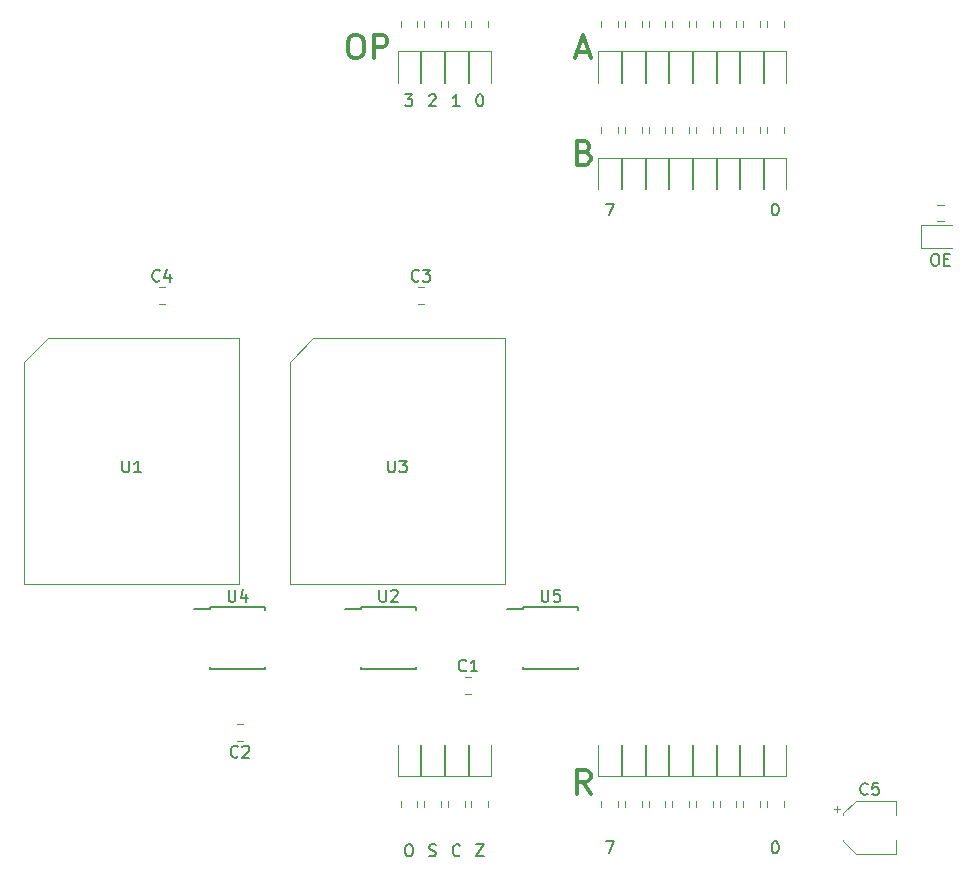
<source format=gbr>
G04 #@! TF.GenerationSoftware,KiCad,Pcbnew,(5.1.5-0-10_14)*
G04 #@! TF.CreationDate,2020-03-03T11:51:46+01:00*
G04 #@! TF.ProjectId,alu,616c752e-6b69-4636-9164-5f7063625858,rev?*
G04 #@! TF.SameCoordinates,Original*
G04 #@! TF.FileFunction,Legend,Top*
G04 #@! TF.FilePolarity,Positive*
%FSLAX46Y46*%
G04 Gerber Fmt 4.6, Leading zero omitted, Abs format (unit mm)*
G04 Created by KiCad (PCBNEW (5.1.5-0-10_14)) date 2020-03-03 11:51:46*
%MOMM*%
%LPD*%
G04 APERTURE LIST*
%ADD10C,0.150000*%
%ADD11C,0.300000*%
%ADD12C,0.120000*%
G04 APERTURE END LIST*
D10*
X195452380Y-73452380D02*
X195642857Y-73452380D01*
X195738095Y-73500000D01*
X195833333Y-73595238D01*
X195880952Y-73785714D01*
X195880952Y-74119047D01*
X195833333Y-74309523D01*
X195738095Y-74404761D01*
X195642857Y-74452380D01*
X195452380Y-74452380D01*
X195357142Y-74404761D01*
X195261904Y-74309523D01*
X195214285Y-74119047D01*
X195214285Y-73785714D01*
X195261904Y-73595238D01*
X195357142Y-73500000D01*
X195452380Y-73452380D01*
X196309523Y-73928571D02*
X196642857Y-73928571D01*
X196785714Y-74452380D02*
X196309523Y-74452380D01*
X196309523Y-73452380D01*
X196785714Y-73452380D01*
X181952380Y-123202380D02*
X182047619Y-123202380D01*
X182142857Y-123250000D01*
X182190476Y-123297619D01*
X182238095Y-123392857D01*
X182285714Y-123583333D01*
X182285714Y-123821428D01*
X182238095Y-124011904D01*
X182190476Y-124107142D01*
X182142857Y-124154761D01*
X182047619Y-124202380D01*
X181952380Y-124202380D01*
X181857142Y-124154761D01*
X181809523Y-124107142D01*
X181761904Y-124011904D01*
X181714285Y-123821428D01*
X181714285Y-123583333D01*
X181761904Y-123392857D01*
X181809523Y-123297619D01*
X181857142Y-123250000D01*
X181952380Y-123202380D01*
X167666666Y-123202380D02*
X168333333Y-123202380D01*
X167904761Y-124202380D01*
X181952380Y-69202380D02*
X182047619Y-69202380D01*
X182142857Y-69250000D01*
X182190476Y-69297619D01*
X182238095Y-69392857D01*
X182285714Y-69583333D01*
X182285714Y-69821428D01*
X182238095Y-70011904D01*
X182190476Y-70107142D01*
X182142857Y-70154761D01*
X182047619Y-70202380D01*
X181952380Y-70202380D01*
X181857142Y-70154761D01*
X181809523Y-70107142D01*
X181761904Y-70011904D01*
X181714285Y-69821428D01*
X181714285Y-69583333D01*
X181761904Y-69392857D01*
X181809523Y-69297619D01*
X181857142Y-69250000D01*
X181952380Y-69202380D01*
X167666666Y-69202380D02*
X168333333Y-69202380D01*
X167904761Y-70202380D01*
X156952380Y-59952380D02*
X157047619Y-59952380D01*
X157142857Y-60000000D01*
X157190476Y-60047619D01*
X157238095Y-60142857D01*
X157285714Y-60333333D01*
X157285714Y-60571428D01*
X157238095Y-60761904D01*
X157190476Y-60857142D01*
X157142857Y-60904761D01*
X157047619Y-60952380D01*
X156952380Y-60952380D01*
X156857142Y-60904761D01*
X156809523Y-60857142D01*
X156761904Y-60761904D01*
X156714285Y-60571428D01*
X156714285Y-60333333D01*
X156761904Y-60142857D01*
X156809523Y-60047619D01*
X156857142Y-60000000D01*
X156952380Y-59952380D01*
X155285714Y-60952380D02*
X154714285Y-60952380D01*
X155000000Y-60952380D02*
X155000000Y-59952380D01*
X154904761Y-60095238D01*
X154809523Y-60190476D01*
X154714285Y-60238095D01*
X152714285Y-60047619D02*
X152761904Y-60000000D01*
X152857142Y-59952380D01*
X153095238Y-59952380D01*
X153190476Y-60000000D01*
X153238095Y-60047619D01*
X153285714Y-60142857D01*
X153285714Y-60238095D01*
X153238095Y-60380952D01*
X152666666Y-60952380D01*
X153285714Y-60952380D01*
X150666666Y-59952380D02*
X151285714Y-59952380D01*
X150952380Y-60333333D01*
X151095238Y-60333333D01*
X151190476Y-60380952D01*
X151238095Y-60428571D01*
X151285714Y-60523809D01*
X151285714Y-60761904D01*
X151238095Y-60857142D01*
X151190476Y-60904761D01*
X151095238Y-60952380D01*
X150809523Y-60952380D01*
X150714285Y-60904761D01*
X150666666Y-60857142D01*
D11*
X146309523Y-54904761D02*
X146690476Y-54904761D01*
X146880952Y-55000000D01*
X147071428Y-55190476D01*
X147166666Y-55571428D01*
X147166666Y-56238095D01*
X147071428Y-56619047D01*
X146880952Y-56809523D01*
X146690476Y-56904761D01*
X146309523Y-56904761D01*
X146119047Y-56809523D01*
X145928571Y-56619047D01*
X145833333Y-56238095D01*
X145833333Y-55571428D01*
X145928571Y-55190476D01*
X146119047Y-55000000D01*
X146309523Y-54904761D01*
X148023809Y-56904761D02*
X148023809Y-54904761D01*
X148785714Y-54904761D01*
X148976190Y-55000000D01*
X149071428Y-55095238D01*
X149166666Y-55285714D01*
X149166666Y-55571428D01*
X149071428Y-55761904D01*
X148976190Y-55857142D01*
X148785714Y-55952380D01*
X148023809Y-55952380D01*
X165892857Y-64857142D02*
X166178571Y-64952380D01*
X166273809Y-65047619D01*
X166369047Y-65238095D01*
X166369047Y-65523809D01*
X166273809Y-65714285D01*
X166178571Y-65809523D01*
X165988095Y-65904761D01*
X165226190Y-65904761D01*
X165226190Y-63904761D01*
X165892857Y-63904761D01*
X166083333Y-64000000D01*
X166178571Y-64095238D01*
X166273809Y-64285714D01*
X166273809Y-64476190D01*
X166178571Y-64666666D01*
X166083333Y-64761904D01*
X165892857Y-64857142D01*
X165226190Y-64857142D01*
X165273809Y-56333333D02*
X166226190Y-56333333D01*
X165083333Y-56904761D02*
X165750000Y-54904761D01*
X166416666Y-56904761D01*
X166369047Y-119154761D02*
X165702380Y-118202380D01*
X165226190Y-119154761D02*
X165226190Y-117154761D01*
X165988095Y-117154761D01*
X166178571Y-117250000D01*
X166273809Y-117345238D01*
X166369047Y-117535714D01*
X166369047Y-117821428D01*
X166273809Y-118011904D01*
X166178571Y-118107142D01*
X165988095Y-118202380D01*
X165226190Y-118202380D01*
D10*
X150904761Y-123452380D02*
X151095238Y-123452380D01*
X151190476Y-123500000D01*
X151285714Y-123595238D01*
X151333333Y-123785714D01*
X151333333Y-124119047D01*
X151285714Y-124309523D01*
X151190476Y-124404761D01*
X151095238Y-124452380D01*
X150904761Y-124452380D01*
X150809523Y-124404761D01*
X150714285Y-124309523D01*
X150666666Y-124119047D01*
X150666666Y-123785714D01*
X150714285Y-123595238D01*
X150809523Y-123500000D01*
X150904761Y-123452380D01*
X152714285Y-124404761D02*
X152857142Y-124452380D01*
X153095238Y-124452380D01*
X153190476Y-124404761D01*
X153238095Y-124357142D01*
X153285714Y-124261904D01*
X153285714Y-124166666D01*
X153238095Y-124071428D01*
X153190476Y-124023809D01*
X153095238Y-123976190D01*
X152904761Y-123928571D01*
X152809523Y-123880952D01*
X152761904Y-123833333D01*
X152714285Y-123738095D01*
X152714285Y-123642857D01*
X152761904Y-123547619D01*
X152809523Y-123500000D01*
X152904761Y-123452380D01*
X153142857Y-123452380D01*
X153285714Y-123500000D01*
X155309523Y-124357142D02*
X155261904Y-124404761D01*
X155119047Y-124452380D01*
X155023809Y-124452380D01*
X154880952Y-124404761D01*
X154785714Y-124309523D01*
X154738095Y-124214285D01*
X154690476Y-124023809D01*
X154690476Y-123880952D01*
X154738095Y-123690476D01*
X154785714Y-123595238D01*
X154880952Y-123500000D01*
X155023809Y-123452380D01*
X155119047Y-123452380D01*
X155261904Y-123500000D01*
X155309523Y-123547619D01*
X156666666Y-123452380D02*
X157333333Y-123452380D01*
X156666666Y-124452380D01*
X157333333Y-124452380D01*
X134175000Y-103500000D02*
X132825000Y-103500000D01*
X134175000Y-108625000D02*
X138825000Y-108625000D01*
X134175000Y-103375000D02*
X138825000Y-103375000D01*
X134175000Y-108625000D02*
X134175000Y-108400000D01*
X138825000Y-108625000D02*
X138825000Y-108400000D01*
X138825000Y-103375000D02*
X138825000Y-103600000D01*
X134175000Y-103375000D02*
X134175000Y-103500000D01*
D12*
X140900000Y-82600000D02*
X140900000Y-101400000D01*
X142900000Y-80600000D02*
X140900000Y-82600000D01*
X159100000Y-80600000D02*
X142900000Y-80600000D01*
X159100000Y-101400000D02*
X159100000Y-80600000D01*
X140900000Y-101400000D02*
X159100000Y-101400000D01*
X118400000Y-82600000D02*
X118400000Y-101400000D01*
X120400000Y-80600000D02*
X118400000Y-82600000D01*
X136600000Y-80600000D02*
X120400000Y-80600000D01*
X136600000Y-101400000D02*
X136600000Y-80600000D01*
X118400000Y-101400000D02*
X136600000Y-101400000D01*
X195741422Y-70710000D02*
X196258578Y-70710000D01*
X195741422Y-69290000D02*
X196258578Y-69290000D01*
X151710000Y-120258578D02*
X151710000Y-119741422D01*
X150290000Y-120258578D02*
X150290000Y-119741422D01*
X153710000Y-120258578D02*
X153710000Y-119741422D01*
X152290000Y-120258578D02*
X152290000Y-119741422D01*
X155710000Y-120258578D02*
X155710000Y-119741422D01*
X154290000Y-120258578D02*
X154290000Y-119741422D01*
X157710000Y-120258578D02*
X157710000Y-119741422D01*
X156290000Y-120258578D02*
X156290000Y-119741422D01*
X150290000Y-53741422D02*
X150290000Y-54258578D01*
X151710000Y-53741422D02*
X151710000Y-54258578D01*
X152290000Y-53741422D02*
X152290000Y-54258578D01*
X153710000Y-53741422D02*
X153710000Y-54258578D01*
X154290000Y-53741422D02*
X154290000Y-54258578D01*
X155710000Y-53741422D02*
X155710000Y-54258578D01*
X156290000Y-53741422D02*
X156290000Y-54258578D01*
X157710000Y-53741422D02*
X157710000Y-54258578D01*
X168710000Y-120258578D02*
X168710000Y-119741422D01*
X167290000Y-120258578D02*
X167290000Y-119741422D01*
X170710000Y-120258578D02*
X170710000Y-119741422D01*
X169290000Y-120258578D02*
X169290000Y-119741422D01*
X172710000Y-120258578D02*
X172710000Y-119741422D01*
X171290000Y-120258578D02*
X171290000Y-119741422D01*
X174710000Y-120258578D02*
X174710000Y-119741422D01*
X173290000Y-120258578D02*
X173290000Y-119741422D01*
X176710000Y-120258578D02*
X176710000Y-119741422D01*
X175290000Y-120258578D02*
X175290000Y-119741422D01*
X178710000Y-120258578D02*
X178710000Y-119741422D01*
X177290000Y-120258578D02*
X177290000Y-119741422D01*
X180710000Y-120258578D02*
X180710000Y-119741422D01*
X179290000Y-120258578D02*
X179290000Y-119741422D01*
X182710000Y-120258578D02*
X182710000Y-119741422D01*
X181290000Y-120258578D02*
X181290000Y-119741422D01*
X167290000Y-62741422D02*
X167290000Y-63258578D01*
X168710000Y-62741422D02*
X168710000Y-63258578D01*
X169290000Y-62741422D02*
X169290000Y-63258578D01*
X170710000Y-62741422D02*
X170710000Y-63258578D01*
X171290000Y-62741422D02*
X171290000Y-63258578D01*
X172710000Y-62741422D02*
X172710000Y-63258578D01*
X173290000Y-62741422D02*
X173290000Y-63258578D01*
X174710000Y-62741422D02*
X174710000Y-63258578D01*
X175290000Y-62741422D02*
X175290000Y-63258578D01*
X176710000Y-62741422D02*
X176710000Y-63258578D01*
X177290000Y-62741422D02*
X177290000Y-63258578D01*
X178710000Y-62741422D02*
X178710000Y-63258578D01*
X179290000Y-62741422D02*
X179290000Y-63258578D01*
X180710000Y-62741422D02*
X180710000Y-63258578D01*
X181290000Y-62741422D02*
X181290000Y-63258578D01*
X182710000Y-62741422D02*
X182710000Y-63258578D01*
X167290000Y-53741422D02*
X167290000Y-54258578D01*
X168710000Y-53741422D02*
X168710000Y-54258578D01*
X169290000Y-53741422D02*
X169290000Y-54258578D01*
X170710000Y-53741422D02*
X170710000Y-54258578D01*
X171290000Y-53741422D02*
X171290000Y-54258578D01*
X172710000Y-53741422D02*
X172710000Y-54258578D01*
X173290000Y-53741422D02*
X173290000Y-54258578D01*
X174710000Y-53741422D02*
X174710000Y-54258578D01*
X175290000Y-53741422D02*
X175290000Y-54258578D01*
X176710000Y-53741422D02*
X176710000Y-54258578D01*
X177290000Y-53741422D02*
X177290000Y-54258578D01*
X178710000Y-53741422D02*
X178710000Y-54258578D01*
X179290000Y-53741422D02*
X179290000Y-54258578D01*
X180710000Y-53741422D02*
X180710000Y-54258578D01*
X181290000Y-53741422D02*
X181290000Y-54258578D01*
X182710000Y-53741422D02*
X182710000Y-54258578D01*
X194315000Y-72960000D02*
X197000000Y-72960000D01*
X194315000Y-71040000D02*
X194315000Y-72960000D01*
X197000000Y-71040000D02*
X194315000Y-71040000D01*
X151960000Y-117685000D02*
X151960000Y-115000000D01*
X150040000Y-117685000D02*
X151960000Y-117685000D01*
X150040000Y-115000000D02*
X150040000Y-117685000D01*
X153960000Y-117685000D02*
X153960000Y-115000000D01*
X152040000Y-117685000D02*
X153960000Y-117685000D01*
X152040000Y-115000000D02*
X152040000Y-117685000D01*
X155960000Y-117685000D02*
X155960000Y-115000000D01*
X154040000Y-117685000D02*
X155960000Y-117685000D01*
X154040000Y-115000000D02*
X154040000Y-117685000D01*
X157960000Y-117685000D02*
X157960000Y-115000000D01*
X156040000Y-117685000D02*
X157960000Y-117685000D01*
X156040000Y-115000000D02*
X156040000Y-117685000D01*
X150040000Y-56315000D02*
X150040000Y-59000000D01*
X151960000Y-56315000D02*
X150040000Y-56315000D01*
X151960000Y-59000000D02*
X151960000Y-56315000D01*
X152040000Y-56315000D02*
X152040000Y-59000000D01*
X153960000Y-56315000D02*
X152040000Y-56315000D01*
X153960000Y-59000000D02*
X153960000Y-56315000D01*
X154040000Y-56315000D02*
X154040000Y-59000000D01*
X155960000Y-56315000D02*
X154040000Y-56315000D01*
X155960000Y-59000000D02*
X155960000Y-56315000D01*
X156040000Y-56315000D02*
X156040000Y-59000000D01*
X157960000Y-56315000D02*
X156040000Y-56315000D01*
X157960000Y-59000000D02*
X157960000Y-56315000D01*
X168960000Y-117685000D02*
X168960000Y-115000000D01*
X167040000Y-117685000D02*
X168960000Y-117685000D01*
X167040000Y-115000000D02*
X167040000Y-117685000D01*
X170960000Y-117685000D02*
X170960000Y-115000000D01*
X169040000Y-117685000D02*
X170960000Y-117685000D01*
X169040000Y-115000000D02*
X169040000Y-117685000D01*
X172960000Y-117685000D02*
X172960000Y-115000000D01*
X171040000Y-117685000D02*
X172960000Y-117685000D01*
X171040000Y-115000000D02*
X171040000Y-117685000D01*
X174960000Y-117685000D02*
X174960000Y-115000000D01*
X173040000Y-117685000D02*
X174960000Y-117685000D01*
X173040000Y-115000000D02*
X173040000Y-117685000D01*
X176960000Y-117685000D02*
X176960000Y-115000000D01*
X175040000Y-117685000D02*
X176960000Y-117685000D01*
X175040000Y-115000000D02*
X175040000Y-117685000D01*
X178960000Y-117685000D02*
X178960000Y-115000000D01*
X177040000Y-117685000D02*
X178960000Y-117685000D01*
X177040000Y-115000000D02*
X177040000Y-117685000D01*
X180960000Y-117685000D02*
X180960000Y-115000000D01*
X179040000Y-117685000D02*
X180960000Y-117685000D01*
X179040000Y-115000000D02*
X179040000Y-117685000D01*
X182960000Y-117685000D02*
X182960000Y-115000000D01*
X181040000Y-117685000D02*
X182960000Y-117685000D01*
X181040000Y-115000000D02*
X181040000Y-117685000D01*
X167040000Y-65315000D02*
X167040000Y-68000000D01*
X168960000Y-65315000D02*
X167040000Y-65315000D01*
X168960000Y-68000000D02*
X168960000Y-65315000D01*
X169040000Y-65315000D02*
X169040000Y-68000000D01*
X170960000Y-65315000D02*
X169040000Y-65315000D01*
X170960000Y-68000000D02*
X170960000Y-65315000D01*
X171040000Y-65315000D02*
X171040000Y-68000000D01*
X172960000Y-65315000D02*
X171040000Y-65315000D01*
X172960000Y-68000000D02*
X172960000Y-65315000D01*
X173040000Y-65315000D02*
X173040000Y-68000000D01*
X174960000Y-65315000D02*
X173040000Y-65315000D01*
X174960000Y-68000000D02*
X174960000Y-65315000D01*
X175040000Y-65315000D02*
X175040000Y-68000000D01*
X176960000Y-65315000D02*
X175040000Y-65315000D01*
X176960000Y-68000000D02*
X176960000Y-65315000D01*
X177040000Y-65315000D02*
X177040000Y-68000000D01*
X178960000Y-65315000D02*
X177040000Y-65315000D01*
X178960000Y-68000000D02*
X178960000Y-65315000D01*
X179040000Y-65315000D02*
X179040000Y-68000000D01*
X180960000Y-65315000D02*
X179040000Y-65315000D01*
X180960000Y-68000000D02*
X180960000Y-65315000D01*
X181040000Y-65315000D02*
X181040000Y-68000000D01*
X182960000Y-65315000D02*
X181040000Y-65315000D01*
X182960000Y-68000000D02*
X182960000Y-65315000D01*
X167040000Y-56315000D02*
X167040000Y-59000000D01*
X168960000Y-56315000D02*
X167040000Y-56315000D01*
X168960000Y-59000000D02*
X168960000Y-56315000D01*
X169040000Y-56315000D02*
X169040000Y-59000000D01*
X170960000Y-56315000D02*
X169040000Y-56315000D01*
X170960000Y-59000000D02*
X170960000Y-56315000D01*
X171040000Y-56315000D02*
X171040000Y-59000000D01*
X172960000Y-56315000D02*
X171040000Y-56315000D01*
X172960000Y-59000000D02*
X172960000Y-56315000D01*
X173040000Y-56315000D02*
X173040000Y-59000000D01*
X174960000Y-56315000D02*
X173040000Y-56315000D01*
X174960000Y-59000000D02*
X174960000Y-56315000D01*
X175040000Y-56315000D02*
X175040000Y-59000000D01*
X176960000Y-56315000D02*
X175040000Y-56315000D01*
X176960000Y-59000000D02*
X176960000Y-56315000D01*
X177040000Y-56315000D02*
X177040000Y-59000000D01*
X178960000Y-56315000D02*
X177040000Y-56315000D01*
X178960000Y-59000000D02*
X178960000Y-56315000D01*
X179040000Y-56315000D02*
X179040000Y-59000000D01*
X180960000Y-56315000D02*
X179040000Y-56315000D01*
X180960000Y-59000000D02*
X180960000Y-56315000D01*
X181040000Y-56315000D02*
X181040000Y-59000000D01*
X182960000Y-56315000D02*
X181040000Y-56315000D01*
X182960000Y-59000000D02*
X182960000Y-56315000D01*
X155741422Y-110710000D02*
X156258578Y-110710000D01*
X155741422Y-109290000D02*
X156258578Y-109290000D01*
X136946078Y-114710000D02*
X136428922Y-114710000D01*
X136946078Y-113290000D02*
X136428922Y-113290000D01*
X151741422Y-77710000D02*
X152258578Y-77710000D01*
X151741422Y-76290000D02*
X152258578Y-76290000D01*
X129803922Y-76290000D02*
X130321078Y-76290000D01*
X129803922Y-77710000D02*
X130321078Y-77710000D01*
X192260000Y-124260000D02*
X192260000Y-123060000D01*
X192260000Y-119740000D02*
X192260000Y-120940000D01*
X188804437Y-119740000D02*
X192260000Y-119740000D01*
X188804437Y-124260000D02*
X192260000Y-124260000D01*
X187740000Y-123195563D02*
X187740000Y-123060000D01*
X187740000Y-120804437D02*
X187740000Y-120940000D01*
X187740000Y-120804437D02*
X188804437Y-119740000D01*
X187740000Y-123195563D02*
X188804437Y-124260000D01*
X187000000Y-120440000D02*
X187500000Y-120440000D01*
X187250000Y-120190000D02*
X187250000Y-120690000D01*
D10*
X146925000Y-103375000D02*
X146925000Y-103500000D01*
X151575000Y-103375000D02*
X151575000Y-103600000D01*
X151575000Y-108625000D02*
X151575000Y-108400000D01*
X146925000Y-108625000D02*
X146925000Y-108400000D01*
X146925000Y-103375000D02*
X151575000Y-103375000D01*
X146925000Y-108625000D02*
X151575000Y-108625000D01*
X146925000Y-103500000D02*
X145575000Y-103500000D01*
X160675000Y-103500000D02*
X159325000Y-103500000D01*
X160675000Y-108625000D02*
X165325000Y-108625000D01*
X160675000Y-103375000D02*
X165325000Y-103375000D01*
X160675000Y-108625000D02*
X160675000Y-108400000D01*
X165325000Y-108625000D02*
X165325000Y-108400000D01*
X165325000Y-103375000D02*
X165325000Y-103600000D01*
X160675000Y-103375000D02*
X160675000Y-103500000D01*
X135738095Y-101902380D02*
X135738095Y-102711904D01*
X135785714Y-102807142D01*
X135833333Y-102854761D01*
X135928571Y-102902380D01*
X136119047Y-102902380D01*
X136214285Y-102854761D01*
X136261904Y-102807142D01*
X136309523Y-102711904D01*
X136309523Y-101902380D01*
X137214285Y-102235714D02*
X137214285Y-102902380D01*
X136976190Y-101854761D02*
X136738095Y-102569047D01*
X137357142Y-102569047D01*
X149238095Y-90952380D02*
X149238095Y-91761904D01*
X149285714Y-91857142D01*
X149333333Y-91904761D01*
X149428571Y-91952380D01*
X149619047Y-91952380D01*
X149714285Y-91904761D01*
X149761904Y-91857142D01*
X149809523Y-91761904D01*
X149809523Y-90952380D01*
X150190476Y-90952380D02*
X150809523Y-90952380D01*
X150476190Y-91333333D01*
X150619047Y-91333333D01*
X150714285Y-91380952D01*
X150761904Y-91428571D01*
X150809523Y-91523809D01*
X150809523Y-91761904D01*
X150761904Y-91857142D01*
X150714285Y-91904761D01*
X150619047Y-91952380D01*
X150333333Y-91952380D01*
X150238095Y-91904761D01*
X150190476Y-91857142D01*
X126738095Y-90952380D02*
X126738095Y-91761904D01*
X126785714Y-91857142D01*
X126833333Y-91904761D01*
X126928571Y-91952380D01*
X127119047Y-91952380D01*
X127214285Y-91904761D01*
X127261904Y-91857142D01*
X127309523Y-91761904D01*
X127309523Y-90952380D01*
X128309523Y-91952380D02*
X127738095Y-91952380D01*
X128023809Y-91952380D02*
X128023809Y-90952380D01*
X127928571Y-91095238D01*
X127833333Y-91190476D01*
X127738095Y-91238095D01*
X155833333Y-108707142D02*
X155785714Y-108754761D01*
X155642857Y-108802380D01*
X155547619Y-108802380D01*
X155404761Y-108754761D01*
X155309523Y-108659523D01*
X155261904Y-108564285D01*
X155214285Y-108373809D01*
X155214285Y-108230952D01*
X155261904Y-108040476D01*
X155309523Y-107945238D01*
X155404761Y-107850000D01*
X155547619Y-107802380D01*
X155642857Y-107802380D01*
X155785714Y-107850000D01*
X155833333Y-107897619D01*
X156785714Y-108802380D02*
X156214285Y-108802380D01*
X156500000Y-108802380D02*
X156500000Y-107802380D01*
X156404761Y-107945238D01*
X156309523Y-108040476D01*
X156214285Y-108088095D01*
X136520833Y-116007142D02*
X136473214Y-116054761D01*
X136330357Y-116102380D01*
X136235119Y-116102380D01*
X136092261Y-116054761D01*
X135997023Y-115959523D01*
X135949404Y-115864285D01*
X135901785Y-115673809D01*
X135901785Y-115530952D01*
X135949404Y-115340476D01*
X135997023Y-115245238D01*
X136092261Y-115150000D01*
X136235119Y-115102380D01*
X136330357Y-115102380D01*
X136473214Y-115150000D01*
X136520833Y-115197619D01*
X136901785Y-115197619D02*
X136949404Y-115150000D01*
X137044642Y-115102380D01*
X137282738Y-115102380D01*
X137377976Y-115150000D01*
X137425595Y-115197619D01*
X137473214Y-115292857D01*
X137473214Y-115388095D01*
X137425595Y-115530952D01*
X136854166Y-116102380D01*
X137473214Y-116102380D01*
X151833333Y-75707142D02*
X151785714Y-75754761D01*
X151642857Y-75802380D01*
X151547619Y-75802380D01*
X151404761Y-75754761D01*
X151309523Y-75659523D01*
X151261904Y-75564285D01*
X151214285Y-75373809D01*
X151214285Y-75230952D01*
X151261904Y-75040476D01*
X151309523Y-74945238D01*
X151404761Y-74850000D01*
X151547619Y-74802380D01*
X151642857Y-74802380D01*
X151785714Y-74850000D01*
X151833333Y-74897619D01*
X152166666Y-74802380D02*
X152785714Y-74802380D01*
X152452380Y-75183333D01*
X152595238Y-75183333D01*
X152690476Y-75230952D01*
X152738095Y-75278571D01*
X152785714Y-75373809D01*
X152785714Y-75611904D01*
X152738095Y-75707142D01*
X152690476Y-75754761D01*
X152595238Y-75802380D01*
X152309523Y-75802380D01*
X152214285Y-75754761D01*
X152166666Y-75707142D01*
X129895833Y-75707142D02*
X129848214Y-75754761D01*
X129705357Y-75802380D01*
X129610119Y-75802380D01*
X129467261Y-75754761D01*
X129372023Y-75659523D01*
X129324404Y-75564285D01*
X129276785Y-75373809D01*
X129276785Y-75230952D01*
X129324404Y-75040476D01*
X129372023Y-74945238D01*
X129467261Y-74850000D01*
X129610119Y-74802380D01*
X129705357Y-74802380D01*
X129848214Y-74850000D01*
X129895833Y-74897619D01*
X130752976Y-75135714D02*
X130752976Y-75802380D01*
X130514880Y-74754761D02*
X130276785Y-75469047D01*
X130895833Y-75469047D01*
X189833333Y-119157142D02*
X189785714Y-119204761D01*
X189642857Y-119252380D01*
X189547619Y-119252380D01*
X189404761Y-119204761D01*
X189309523Y-119109523D01*
X189261904Y-119014285D01*
X189214285Y-118823809D01*
X189214285Y-118680952D01*
X189261904Y-118490476D01*
X189309523Y-118395238D01*
X189404761Y-118300000D01*
X189547619Y-118252380D01*
X189642857Y-118252380D01*
X189785714Y-118300000D01*
X189833333Y-118347619D01*
X190738095Y-118252380D02*
X190261904Y-118252380D01*
X190214285Y-118728571D01*
X190261904Y-118680952D01*
X190357142Y-118633333D01*
X190595238Y-118633333D01*
X190690476Y-118680952D01*
X190738095Y-118728571D01*
X190785714Y-118823809D01*
X190785714Y-119061904D01*
X190738095Y-119157142D01*
X190690476Y-119204761D01*
X190595238Y-119252380D01*
X190357142Y-119252380D01*
X190261904Y-119204761D01*
X190214285Y-119157142D01*
X148488095Y-101902380D02*
X148488095Y-102711904D01*
X148535714Y-102807142D01*
X148583333Y-102854761D01*
X148678571Y-102902380D01*
X148869047Y-102902380D01*
X148964285Y-102854761D01*
X149011904Y-102807142D01*
X149059523Y-102711904D01*
X149059523Y-101902380D01*
X149488095Y-101997619D02*
X149535714Y-101950000D01*
X149630952Y-101902380D01*
X149869047Y-101902380D01*
X149964285Y-101950000D01*
X150011904Y-101997619D01*
X150059523Y-102092857D01*
X150059523Y-102188095D01*
X150011904Y-102330952D01*
X149440476Y-102902380D01*
X150059523Y-102902380D01*
X162238095Y-101902380D02*
X162238095Y-102711904D01*
X162285714Y-102807142D01*
X162333333Y-102854761D01*
X162428571Y-102902380D01*
X162619047Y-102902380D01*
X162714285Y-102854761D01*
X162761904Y-102807142D01*
X162809523Y-102711904D01*
X162809523Y-101902380D01*
X163761904Y-101902380D02*
X163285714Y-101902380D01*
X163238095Y-102378571D01*
X163285714Y-102330952D01*
X163380952Y-102283333D01*
X163619047Y-102283333D01*
X163714285Y-102330952D01*
X163761904Y-102378571D01*
X163809523Y-102473809D01*
X163809523Y-102711904D01*
X163761904Y-102807142D01*
X163714285Y-102854761D01*
X163619047Y-102902380D01*
X163380952Y-102902380D01*
X163285714Y-102854761D01*
X163238095Y-102807142D01*
M02*

</source>
